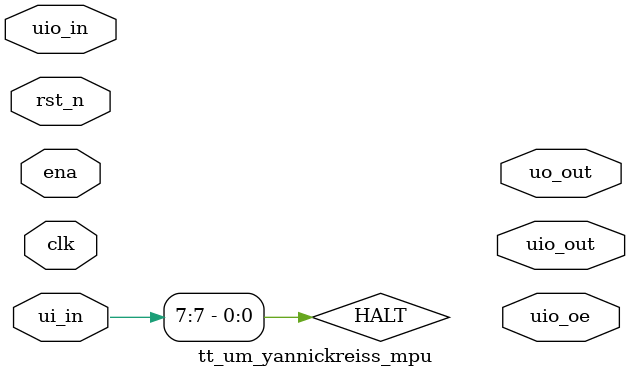
<source format=v>
`timescale 1ns/1ps;

module tt_um_yannickreiss_mpu (input wire [7:0] ui_in,    // Dedicated inputs
                                     output wire [7:0] uo_out,  // Dedicated outputs
                                     input wire [7:0] uio_in,   // IOs: Input path
                                     output wire [7:0] uio_out, // IOs: Output path
                                     output wire [7:0] uio_oe,  // IOs: Enable path (active high: 0 = input, 1 = output
                                     input wire ena,
                                     input wire clk,
                                     input wire rst_n);

// internal memory
reg [7:0] register [7:0]; // registers
reg [11:0] program_counter; // Count up to 
reg [2:0] phase_counter; // current phase
reg [2:0] alt_phase; // store phase here, while HALT
reg [7:0] alu_in1; // first alu input
reg [7:0] alu_in2; // second alu input
reg [7:0] alu_result;
reg [7:0] instruction; // store current instruction
reg HALT_s;
reg jump;

// in- and output signals
wire [11:0]branch_result;
wire HALT;
assign HALT = ui_in[7];

// Reset
always @(negedge rst_n) begin
    register[7] = 8'b0;
    register[6] = 8'b0;
    register[5] = 8'b0;
    register[4] = 8'b0;
    register[3] = 8'b0;
    register[2] = 8'b0;
    register[1] = 8'b0;
    register[0] = 8'b0;

    program_counter = 12'b0;

    alt_phase = 3'b0;
    phase_counter = 3'b0;
    HALT_s = 1'b0;
    jump = 1'b0;
end

// Phase counter
always @(posedge clk) begin
    case (phase_counter)
        3'b000: phase_counter = 3'b001; // IF -> Dec
        3'b001: phase_counter = 3'b001 ^ instruction[7:5]; // Dec -> Opcode (010 xor)
        3'b010: phase_counter = 3'b011; // operand 3 -> op2
        3'b011: phase_counter = 3'b100; // operand 2 -> op1
        3'b100: phase_counter = 3'b101; // operand 1 -> exec
        3'b101: phase_counter = 3'b110; // Exec -> Write back
        3'b110: phase_counter = 3'b000; // Write back -> IF
        default: phase_counter = 3'b111;
    endcase
end

// Block the MPU
always @(posedge HALT_s) begin
    alt_phase = phase_counter;
    phase_counter = 3'b111;
end

// Release the MPU
always @(negedge HALT) begin
    HALT_s = 1'b0;
    phase_counter = alt_phase;
end

// program counter
always @(posedge clk) begin
    if (jump == 1'b0) begin
        if (phase_counter == 3'b110) begin
            program_counter = program_counter + 1;
        end
    else
       program_counter = branch_result;
    end
end

// ALU
always @(instruction, alu_in1, alu_in2) begin
    if (instruction[4] == 1'b1) begin
        if (instruction[7:5] == 3'b101) begin
            // Unary operations
            case (instruction[3:1])
                3'b000: alu_result = !alu_in1;
                3'b001: alu_result = alu_in1 + 1;
                3'b010: alu_result = alu_in1 - 1;
                3'b011: alu_result = alu_in1 >>> 1;
                3'b100: alu_result = alu_in1 <<< 1;
                3'b101: alu_result = alu_in1 >> 1;
                3'b110: alu_result = alu_in1 << 1;
                default: alu_result = 8'b0;
            endcase
        end
        else begin
            // Binary operations
            case (instruction[3:1])
                3'b001: alu_result = alu_in1 | alu_in2;
                3'b010: alu_result = alu_in1 ^ alu_in2;
                3'b011: alu_result = alu_in1 + alu_in2;
                3'b100: alu_result = alu_in1 - alu_in2;
                3'b101: alu_result = (alu_in1 == alu_in2);
                3'b110: alu_result = alu_in1 <<< alu_in2;
                3'b111: alu_result = alu_in1 >>> alu_in2;
                default: alu_result = alu_in1 & alu_in2; 
            endcase
        end
    end
end

// One Froggy a day keeps the sadness away!
endmodule

</source>
